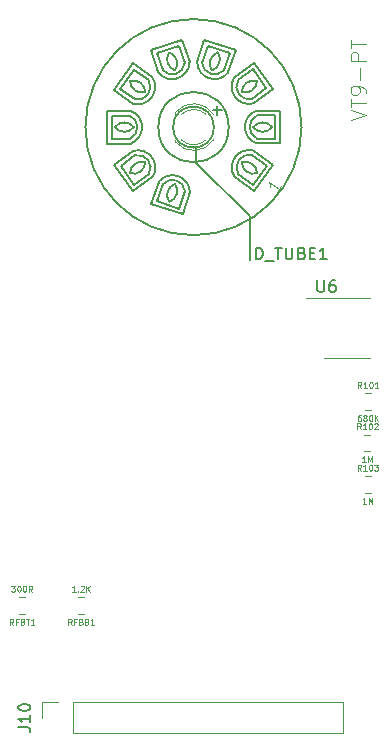
<source format=gto>
G04 #@! TF.GenerationSoftware,KiCad,Pcbnew,(5.0.2)-1*
G04 #@! TF.CreationDate,2019-04-04T16:33:41+02:00*
G04 #@! TF.ProjectId,Corona_tubeBoard,436f726f-6e61-45f7-9475-6265426f6172,1*
G04 #@! TF.SameCoordinates,Original*
G04 #@! TF.FileFunction,Legend,Top*
G04 #@! TF.FilePolarity,Positive*
%FSLAX46Y46*%
G04 Gerber Fmt 4.6, Leading zero omitted, Abs format (unit mm)*
G04 Created by KiCad (PCBNEW (5.0.2)-1) date 04/04/2019 16:33:41*
%MOMM*%
%LPD*%
G01*
G04 APERTURE LIST*
%ADD10C,0.150000*%
%ADD11C,0.200000*%
%ADD12C,0.120000*%
%ADD13C,0.203200*%
%ADD14C,0.101600*%
%ADD15C,0.076200*%
%ADD16C,0.100000*%
G04 APERTURE END LIST*
D10*
X20619047Y-12571428D02*
X21380952Y-12571428D01*
X21000000Y-12952380D02*
X21000000Y-12190476D01*
D11*
X19250000Y-17000000D02*
X19250000Y-15750000D01*
X23750000Y-21500000D02*
X19250000Y-17000000D01*
X23750000Y-25250000D02*
X23750000Y-21500000D01*
D12*
G04 #@! TO.C,U6*
X32000000Y-28440000D02*
X28550000Y-28440000D01*
X32000000Y-28440000D02*
X33950000Y-28440000D01*
X32000000Y-33560000D02*
X30050000Y-33560000D01*
X32000000Y-33560000D02*
X33950000Y-33560000D01*
D13*
G04 #@! TO.C,SX1*
X26322820Y-12600460D02*
X26322820Y-15374140D01*
X26322820Y-15374140D02*
X24323840Y-15374140D01*
X26322820Y-12600460D02*
X24323840Y-12600460D01*
X25924040Y-13001780D02*
X24397500Y-13001780D01*
X24397500Y-14972820D02*
X25924040Y-14972820D01*
X25924040Y-14972820D02*
X25924040Y-13001780D01*
X25748780Y-17172460D02*
X24115560Y-19417820D01*
X24115560Y-19417820D02*
X22497580Y-18241800D01*
X25748780Y-17172460D02*
X24130800Y-15996440D01*
X25189980Y-17258820D02*
X23955540Y-16364740D01*
X22794760Y-17962400D02*
X24029200Y-18859020D01*
X24029200Y-18859020D02*
X25189980Y-17258820D01*
X24102860Y-8564400D02*
X25733540Y-10807220D01*
X25733540Y-10807220D02*
X24115560Y-11983240D01*
X24102860Y-8564400D02*
X22484880Y-9737880D01*
X24013960Y-9120660D02*
X22779520Y-10017280D01*
X23940300Y-11614940D02*
X25174740Y-10720860D01*
X25174740Y-10720860D02*
X24013960Y-9120660D01*
X19929640Y-6600980D02*
X22568700Y-7459500D01*
X22568700Y-7459500D02*
X21951480Y-9361960D01*
X19929640Y-6600980D02*
X19312420Y-8503440D01*
X20188720Y-7106440D02*
X19716280Y-8556780D01*
X21595880Y-9166380D02*
X22065780Y-7716040D01*
X22065780Y-7716040D02*
X20188720Y-7106440D01*
X15405900Y-7467120D02*
X18044960Y-6611140D01*
X18044960Y-6611140D02*
X18664720Y-8511060D01*
X15405900Y-7467120D02*
X16023120Y-9369580D01*
X15911360Y-7723660D02*
X16381260Y-9174000D01*
X18260860Y-8564400D02*
X17788420Y-7114060D01*
X17788420Y-7114060D02*
X15911360Y-7723660D01*
X12251220Y-10827540D02*
X13884440Y-8584720D01*
X13884440Y-8584720D02*
X15502420Y-9758200D01*
X12251220Y-10827540D02*
X13869200Y-12003560D01*
X12810020Y-10741180D02*
X14044460Y-11635260D01*
X15205240Y-10037600D02*
X13970800Y-9140980D01*
X13970800Y-9140980D02*
X12810020Y-10741180D01*
X11677180Y-15399540D02*
X11677180Y-12625860D01*
X11677180Y-12625860D02*
X13676160Y-12625860D01*
X11677180Y-15399540D02*
X13676160Y-15399540D01*
X12075960Y-14998220D02*
X13602500Y-14998220D01*
X13602500Y-13027180D02*
X12075960Y-13027180D01*
X12075960Y-13027180D02*
X12075960Y-14998220D01*
X13897140Y-19435600D02*
X12266460Y-17192780D01*
X12266460Y-17192780D02*
X13884440Y-16016760D01*
X13897140Y-19435600D02*
X15515120Y-18262120D01*
X13986040Y-18876800D02*
X15220480Y-17982720D01*
X14059700Y-16385060D02*
X12825260Y-17279140D01*
X12825260Y-17279140D02*
X13986040Y-18876800D01*
X18070360Y-21396480D02*
X15431300Y-20540500D01*
X15431300Y-20540500D02*
X16048520Y-18638040D01*
X18070360Y-21396480D02*
X18687580Y-19496560D01*
X17813820Y-20893560D02*
X18283720Y-19443220D01*
X16406660Y-18833620D02*
X15934220Y-20283960D01*
X15934220Y-20283960D02*
X17813820Y-20893560D01*
X28149080Y-14000000D02*
G75*
G03X28149080Y-14000000I-9149080J0D01*
G01*
X20734820Y-14000000D02*
G75*
G03X20734820Y-14000000I-1734820J0D01*
G01*
X21979420Y-14000000D02*
G75*
G03X21979420Y-14000000I-2979420J0D01*
G01*
X24324966Y-12605134D02*
G75*
G03X24323840Y-15374140I499254J-1384706D01*
G01*
X24403206Y-13004403D02*
G75*
G03X24397500Y-14972820I421014J-985437D01*
G01*
X25647089Y-13996490D02*
G75*
G03X24049520Y-14000000I-797469J-600410D01*
G01*
X24052151Y-14003510D02*
G75*
G03X25649720Y-14000000I797469J600410D01*
G01*
X24128779Y-15991764D02*
G75*
G03X22497580Y-18241800I-409459J-1419456D01*
G01*
X23954100Y-16360749D02*
G75*
G03X22794760Y-17962400I-234780J-1050471D01*
G01*
X24378308Y-17907011D02*
G75*
G03X23084320Y-16966720I-999348J-14749D01*
G01*
X23082479Y-16968667D02*
G75*
G03X24379720Y-17906520I1000061J17187D01*
G01*
X22483771Y-9742769D02*
G75*
G03X24115560Y-11983240I1220309J-825691D01*
G01*
X22781430Y-10021068D02*
G75*
G03X23940300Y-11614940I922650J-547392D01*
G01*
X24377334Y-10094701D02*
G75*
G03X23084320Y-11033280I-294794J-953819D01*
G01*
X23083453Y-11034497D02*
G75*
G03X24379720Y-10093480I295507J956257D01*
G01*
X19311009Y-8506712D02*
G75*
G03X21951480Y-9361960I1474611J48992D01*
G01*
X19714006Y-8559523D02*
G75*
G03X21595880Y-9166380I1071614J101803D01*
G01*
X21053587Y-7675988D02*
G75*
G03X20559560Y-9199400I323853J-946832D01*
G01*
X20558395Y-9198100D02*
G75*
G03X21054860Y-7677940I-321415J946120D01*
G01*
X16024342Y-9372818D02*
G75*
G03X18664720Y-8511060I1164638J907478D01*
G01*
X16380530Y-9176078D02*
G75*
G03X18260860Y-8564400I808450J710738D01*
G01*
X16944219Y-7676457D02*
G75*
G03X17440440Y-9199400I818801J-575523D01*
G01*
X17438924Y-9197630D02*
G75*
G03X16945140Y-7677940I-816364J574810D01*
G01*
X13871221Y-12008236D02*
G75*
G03X15502420Y-9758200I409459J1419456D01*
G01*
X14045900Y-11639251D02*
G75*
G03X15205240Y-10037600I234780J1050471D01*
G01*
X13621692Y-10092989D02*
G75*
G03X14915680Y-11033280I999348J14749D01*
G01*
X14917521Y-11031333D02*
G75*
G03X13620280Y-10093480I-1000061J-17187D01*
G01*
X13675034Y-15394866D02*
G75*
G03X13676160Y-12625860I-499254J1384706D01*
G01*
X13596794Y-14995597D02*
G75*
G03X13602500Y-13027180I-421014J985437D01*
G01*
X12352911Y-14003510D02*
G75*
G03X13950480Y-14000000I797469J600410D01*
G01*
X13947849Y-13996490D02*
G75*
G03X12350280Y-14000000I-797469J-600410D01*
G01*
X15516229Y-18257231D02*
G75*
G03X13884440Y-16016760I-1220309J825691D01*
G01*
X15218570Y-17978932D02*
G75*
G03X14059700Y-16385060I-922650J547392D01*
G01*
X13622666Y-17905299D02*
G75*
G03X14915680Y-16966720I294794J953819D01*
G01*
X14916547Y-16965503D02*
G75*
G03X13620280Y-17906520I-295507J-956257D01*
G01*
X18689075Y-19495862D02*
G75*
G03X16048520Y-18638040I-1474695J-46418D01*
G01*
X18284249Y-19442323D02*
G75*
G03X16406660Y-18833620I-1069869J-99957D01*
G01*
X16946413Y-20324012D02*
G75*
G03X17440440Y-18800600I-323853J946832D01*
G01*
X17440892Y-18804338D02*
G75*
G03X16947680Y-20322060I322128J-943682D01*
G01*
D12*
G04 #@! TO.C,D_TUBE1*
X17460000Y-15080000D02*
X17460000Y-15236000D01*
X17460000Y-12764000D02*
X17460000Y-12920000D01*
X20061130Y-15079837D02*
G75*
G02X17979039Y-15080000I-1041130J1079837D01*
G01*
X20061130Y-12920163D02*
G75*
G03X17979039Y-12920000I-1041130J-1079837D01*
G01*
X20692335Y-15078608D02*
G75*
G02X17460000Y-15235516I-1672335J1078608D01*
G01*
X20692335Y-12921392D02*
G75*
G03X17460000Y-12764484I-1672335J-1078608D01*
G01*
G04 #@! TO.C,J10*
X8770000Y-65330000D02*
X8770000Y-62670000D01*
X8770000Y-65330000D02*
X31690000Y-65330000D01*
X31690000Y-65330000D02*
X31690000Y-62670000D01*
X8770000Y-62670000D02*
X31690000Y-62670000D01*
X6170000Y-62670000D02*
X7500000Y-62670000D01*
X6170000Y-64000000D02*
X6170000Y-62670000D01*
G04 #@! TO.C,R101*
X33513748Y-37960000D02*
X34036252Y-37960000D01*
X33513748Y-36540000D02*
X34036252Y-36540000D01*
G04 #@! TO.C,R102*
X33463748Y-40040000D02*
X33986252Y-40040000D01*
X33463748Y-41460000D02*
X33986252Y-41460000D01*
G04 #@! TO.C,R103*
X33488748Y-43540000D02*
X34011252Y-43540000D01*
X33488748Y-44960000D02*
X34011252Y-44960000D01*
G04 #@! TO.C,RFBB1*
X9736252Y-55210000D02*
X9213748Y-55210000D01*
X9736252Y-53790000D02*
X9213748Y-53790000D01*
G04 #@! TO.C,RFBT1*
X4736252Y-53790000D02*
X4213748Y-53790000D01*
X4736252Y-55210000D02*
X4213748Y-55210000D01*
G04 #@! TO.C,U6*
D10*
X29488095Y-26952380D02*
X29488095Y-27761904D01*
X29535714Y-27857142D01*
X29583333Y-27904761D01*
X29678571Y-27952380D01*
X29869047Y-27952380D01*
X29964285Y-27904761D01*
X30011904Y-27857142D01*
X30059523Y-27761904D01*
X30059523Y-26952380D01*
X30964285Y-26952380D02*
X30773809Y-26952380D01*
X30678571Y-27000000D01*
X30630952Y-27047619D01*
X30535714Y-27190476D01*
X30488095Y-27380952D01*
X30488095Y-27761904D01*
X30535714Y-27857142D01*
X30583333Y-27904761D01*
X30678571Y-27952380D01*
X30869047Y-27952380D01*
X30964285Y-27904761D01*
X31011904Y-27857142D01*
X31059523Y-27761904D01*
X31059523Y-27523809D01*
X31011904Y-27428571D01*
X30964285Y-27380952D01*
X30869047Y-27333333D01*
X30678571Y-27333333D01*
X30583333Y-27380952D01*
X30535714Y-27428571D01*
X30488095Y-27523809D01*
G04 #@! TO.C,SX1*
D14*
X32304523Y-13416904D02*
X33574523Y-12993571D01*
X32304523Y-12570238D01*
X32304523Y-12328333D02*
X32304523Y-11602619D01*
X33574523Y-11965476D02*
X32304523Y-11965476D01*
X33574523Y-11118809D02*
X33574523Y-10876904D01*
X33514047Y-10755952D01*
X33453571Y-10695476D01*
X33272142Y-10574523D01*
X33030238Y-10514047D01*
X32546428Y-10514047D01*
X32425476Y-10574523D01*
X32365000Y-10635000D01*
X32304523Y-10755952D01*
X32304523Y-10997857D01*
X32365000Y-11118809D01*
X32425476Y-11179285D01*
X32546428Y-11239761D01*
X32848809Y-11239761D01*
X32969761Y-11179285D01*
X33030238Y-11118809D01*
X33090714Y-10997857D01*
X33090714Y-10755952D01*
X33030238Y-10635000D01*
X32969761Y-10574523D01*
X32848809Y-10514047D01*
X33090714Y-9969761D02*
X33090714Y-9002142D01*
X33574523Y-8397380D02*
X32304523Y-8397380D01*
X32304523Y-7913571D01*
X32365000Y-7792619D01*
X32425476Y-7732142D01*
X32546428Y-7671666D01*
X32727857Y-7671666D01*
X32848809Y-7732142D01*
X32909285Y-7792619D01*
X32969761Y-7913571D01*
X32969761Y-8397380D01*
X32304523Y-7308809D02*
X32304523Y-6583095D01*
X33574523Y-6945952D02*
X32304523Y-6945952D01*
D15*
X26400465Y-18988311D02*
X26059213Y-19458003D01*
X26229839Y-19223157D02*
X25407878Y-18625967D01*
X25468426Y-18789562D01*
X25489832Y-18924719D01*
X25472098Y-19031439D01*
G04 #@! TO.C,D_TUBE1*
D10*
X24273809Y-25202380D02*
X24273809Y-24202380D01*
X24511904Y-24202380D01*
X24654761Y-24250000D01*
X24749999Y-24345238D01*
X24797619Y-24440476D01*
X24845238Y-24630952D01*
X24845238Y-24773809D01*
X24797619Y-24964285D01*
X24749999Y-25059523D01*
X24654761Y-25154761D01*
X24511904Y-25202380D01*
X24273809Y-25202380D01*
X25035714Y-25297619D02*
X25797619Y-25297619D01*
X25892857Y-24202380D02*
X26464285Y-24202380D01*
X26178571Y-25202380D02*
X26178571Y-24202380D01*
X26797619Y-24202380D02*
X26797619Y-25011904D01*
X26845238Y-25107142D01*
X26892857Y-25154761D01*
X26988095Y-25202380D01*
X27178571Y-25202380D01*
X27273809Y-25154761D01*
X27321428Y-25107142D01*
X27369047Y-25011904D01*
X27369047Y-24202380D01*
X28178571Y-24678571D02*
X28321428Y-24726190D01*
X28369047Y-24773809D01*
X28416666Y-24869047D01*
X28416666Y-25011904D01*
X28369047Y-25107142D01*
X28321428Y-25154761D01*
X28226190Y-25202380D01*
X27845238Y-25202380D01*
X27845238Y-24202380D01*
X28178571Y-24202380D01*
X28273809Y-24250000D01*
X28321428Y-24297619D01*
X28369047Y-24392857D01*
X28369047Y-24488095D01*
X28321428Y-24583333D01*
X28273809Y-24630952D01*
X28178571Y-24678571D01*
X27845238Y-24678571D01*
X28845238Y-24678571D02*
X29178571Y-24678571D01*
X29321428Y-25202380D02*
X28845238Y-25202380D01*
X28845238Y-24202380D01*
X29321428Y-24202380D01*
X30273809Y-25202380D02*
X29702380Y-25202380D01*
X29988095Y-25202380D02*
X29988095Y-24202380D01*
X29892857Y-24345238D01*
X29797619Y-24440476D01*
X29702380Y-24488095D01*
G04 #@! TO.C,J10*
X4182380Y-64809523D02*
X4896666Y-64809523D01*
X5039523Y-64857142D01*
X5134761Y-64952380D01*
X5182380Y-65095238D01*
X5182380Y-65190476D01*
X5182380Y-63809523D02*
X5182380Y-64380952D01*
X5182380Y-64095238D02*
X4182380Y-64095238D01*
X4325238Y-64190476D01*
X4420476Y-64285714D01*
X4468095Y-64380952D01*
X4182380Y-63190476D02*
X4182380Y-63095238D01*
X4230000Y-63000000D01*
X4277619Y-62952380D01*
X4372857Y-62904761D01*
X4563333Y-62857142D01*
X4801428Y-62857142D01*
X4991904Y-62904761D01*
X5087142Y-62952380D01*
X5134761Y-63000000D01*
X5182380Y-63095238D01*
X5182380Y-63190476D01*
X5134761Y-63285714D01*
X5087142Y-63333333D01*
X4991904Y-63380952D01*
X4801428Y-63428571D01*
X4563333Y-63428571D01*
X4372857Y-63380952D01*
X4277619Y-63333333D01*
X4230000Y-63285714D01*
X4182380Y-63190476D01*
G04 #@! TO.C,R101*
D16*
X33215476Y-36079190D02*
X33048809Y-35841095D01*
X32929761Y-36079190D02*
X32929761Y-35579190D01*
X33120238Y-35579190D01*
X33167857Y-35603000D01*
X33191666Y-35626809D01*
X33215476Y-35674428D01*
X33215476Y-35745857D01*
X33191666Y-35793476D01*
X33167857Y-35817285D01*
X33120238Y-35841095D01*
X32929761Y-35841095D01*
X33691666Y-36079190D02*
X33405952Y-36079190D01*
X33548809Y-36079190D02*
X33548809Y-35579190D01*
X33501190Y-35650619D01*
X33453571Y-35698238D01*
X33405952Y-35722047D01*
X34001190Y-35579190D02*
X34048809Y-35579190D01*
X34096428Y-35603000D01*
X34120238Y-35626809D01*
X34144047Y-35674428D01*
X34167857Y-35769666D01*
X34167857Y-35888714D01*
X34144047Y-35983952D01*
X34120238Y-36031571D01*
X34096428Y-36055380D01*
X34048809Y-36079190D01*
X34001190Y-36079190D01*
X33953571Y-36055380D01*
X33929761Y-36031571D01*
X33905952Y-35983952D01*
X33882142Y-35888714D01*
X33882142Y-35769666D01*
X33905952Y-35674428D01*
X33929761Y-35626809D01*
X33953571Y-35603000D01*
X34001190Y-35579190D01*
X34644047Y-36079190D02*
X34358333Y-36079190D01*
X34501190Y-36079190D02*
X34501190Y-35579190D01*
X34453571Y-35650619D01*
X34405952Y-35698238D01*
X34358333Y-35722047D01*
X33144047Y-38373190D02*
X33048809Y-38373190D01*
X33001190Y-38397000D01*
X32977380Y-38420809D01*
X32929761Y-38492238D01*
X32905952Y-38587476D01*
X32905952Y-38777952D01*
X32929761Y-38825571D01*
X32953571Y-38849380D01*
X33001190Y-38873190D01*
X33096428Y-38873190D01*
X33144047Y-38849380D01*
X33167857Y-38825571D01*
X33191666Y-38777952D01*
X33191666Y-38658904D01*
X33167857Y-38611285D01*
X33144047Y-38587476D01*
X33096428Y-38563666D01*
X33001190Y-38563666D01*
X32953571Y-38587476D01*
X32929761Y-38611285D01*
X32905952Y-38658904D01*
X33477380Y-38587476D02*
X33429761Y-38563666D01*
X33405952Y-38539857D01*
X33382142Y-38492238D01*
X33382142Y-38468428D01*
X33405952Y-38420809D01*
X33429761Y-38397000D01*
X33477380Y-38373190D01*
X33572619Y-38373190D01*
X33620238Y-38397000D01*
X33644047Y-38420809D01*
X33667857Y-38468428D01*
X33667857Y-38492238D01*
X33644047Y-38539857D01*
X33620238Y-38563666D01*
X33572619Y-38587476D01*
X33477380Y-38587476D01*
X33429761Y-38611285D01*
X33405952Y-38635095D01*
X33382142Y-38682714D01*
X33382142Y-38777952D01*
X33405952Y-38825571D01*
X33429761Y-38849380D01*
X33477380Y-38873190D01*
X33572619Y-38873190D01*
X33620238Y-38849380D01*
X33644047Y-38825571D01*
X33667857Y-38777952D01*
X33667857Y-38682714D01*
X33644047Y-38635095D01*
X33620238Y-38611285D01*
X33572619Y-38587476D01*
X33977380Y-38373190D02*
X34025000Y-38373190D01*
X34072619Y-38397000D01*
X34096428Y-38420809D01*
X34120238Y-38468428D01*
X34144047Y-38563666D01*
X34144047Y-38682714D01*
X34120238Y-38777952D01*
X34096428Y-38825571D01*
X34072619Y-38849380D01*
X34025000Y-38873190D01*
X33977380Y-38873190D01*
X33929761Y-38849380D01*
X33905952Y-38825571D01*
X33882142Y-38777952D01*
X33858333Y-38682714D01*
X33858333Y-38563666D01*
X33882142Y-38468428D01*
X33905952Y-38420809D01*
X33929761Y-38397000D01*
X33977380Y-38373190D01*
X34358333Y-38873190D02*
X34358333Y-38373190D01*
X34644047Y-38873190D02*
X34429761Y-38587476D01*
X34644047Y-38373190D02*
X34358333Y-38658904D01*
G04 #@! TO.C,R102*
X33165476Y-39579190D02*
X32998809Y-39341095D01*
X32879761Y-39579190D02*
X32879761Y-39079190D01*
X33070238Y-39079190D01*
X33117857Y-39103000D01*
X33141666Y-39126809D01*
X33165476Y-39174428D01*
X33165476Y-39245857D01*
X33141666Y-39293476D01*
X33117857Y-39317285D01*
X33070238Y-39341095D01*
X32879761Y-39341095D01*
X33641666Y-39579190D02*
X33355952Y-39579190D01*
X33498809Y-39579190D02*
X33498809Y-39079190D01*
X33451190Y-39150619D01*
X33403571Y-39198238D01*
X33355952Y-39222047D01*
X33951190Y-39079190D02*
X33998809Y-39079190D01*
X34046428Y-39103000D01*
X34070238Y-39126809D01*
X34094047Y-39174428D01*
X34117857Y-39269666D01*
X34117857Y-39388714D01*
X34094047Y-39483952D01*
X34070238Y-39531571D01*
X34046428Y-39555380D01*
X33998809Y-39579190D01*
X33951190Y-39579190D01*
X33903571Y-39555380D01*
X33879761Y-39531571D01*
X33855952Y-39483952D01*
X33832142Y-39388714D01*
X33832142Y-39269666D01*
X33855952Y-39174428D01*
X33879761Y-39126809D01*
X33903571Y-39103000D01*
X33951190Y-39079190D01*
X34308333Y-39126809D02*
X34332142Y-39103000D01*
X34379761Y-39079190D01*
X34498809Y-39079190D01*
X34546428Y-39103000D01*
X34570238Y-39126809D01*
X34594047Y-39174428D01*
X34594047Y-39222047D01*
X34570238Y-39293476D01*
X34284523Y-39579190D01*
X34594047Y-39579190D01*
X33582142Y-42373190D02*
X33296428Y-42373190D01*
X33439285Y-42373190D02*
X33439285Y-41873190D01*
X33391666Y-41944619D01*
X33344047Y-41992238D01*
X33296428Y-42016047D01*
X33796428Y-42373190D02*
X33796428Y-41873190D01*
X33963095Y-42230333D01*
X34129761Y-41873190D01*
X34129761Y-42373190D01*
G04 #@! TO.C,R103*
X33190476Y-43079190D02*
X33023809Y-42841095D01*
X32904761Y-43079190D02*
X32904761Y-42579190D01*
X33095238Y-42579190D01*
X33142857Y-42603000D01*
X33166666Y-42626809D01*
X33190476Y-42674428D01*
X33190476Y-42745857D01*
X33166666Y-42793476D01*
X33142857Y-42817285D01*
X33095238Y-42841095D01*
X32904761Y-42841095D01*
X33666666Y-43079190D02*
X33380952Y-43079190D01*
X33523809Y-43079190D02*
X33523809Y-42579190D01*
X33476190Y-42650619D01*
X33428571Y-42698238D01*
X33380952Y-42722047D01*
X33976190Y-42579190D02*
X34023809Y-42579190D01*
X34071428Y-42603000D01*
X34095238Y-42626809D01*
X34119047Y-42674428D01*
X34142857Y-42769666D01*
X34142857Y-42888714D01*
X34119047Y-42983952D01*
X34095238Y-43031571D01*
X34071428Y-43055380D01*
X34023809Y-43079190D01*
X33976190Y-43079190D01*
X33928571Y-43055380D01*
X33904761Y-43031571D01*
X33880952Y-42983952D01*
X33857142Y-42888714D01*
X33857142Y-42769666D01*
X33880952Y-42674428D01*
X33904761Y-42626809D01*
X33928571Y-42603000D01*
X33976190Y-42579190D01*
X34309523Y-42579190D02*
X34619047Y-42579190D01*
X34452380Y-42769666D01*
X34523809Y-42769666D01*
X34571428Y-42793476D01*
X34595238Y-42817285D01*
X34619047Y-42864904D01*
X34619047Y-42983952D01*
X34595238Y-43031571D01*
X34571428Y-43055380D01*
X34523809Y-43079190D01*
X34380952Y-43079190D01*
X34333333Y-43055380D01*
X34309523Y-43031571D01*
X33607142Y-45873190D02*
X33321428Y-45873190D01*
X33464285Y-45873190D02*
X33464285Y-45373190D01*
X33416666Y-45444619D01*
X33369047Y-45492238D01*
X33321428Y-45516047D01*
X33821428Y-45873190D02*
X33821428Y-45373190D01*
X33988095Y-45730333D01*
X34154761Y-45373190D01*
X34154761Y-45873190D01*
G04 #@! TO.C,RFBB1*
X8677380Y-56123190D02*
X8510714Y-55885095D01*
X8391666Y-56123190D02*
X8391666Y-55623190D01*
X8582142Y-55623190D01*
X8629761Y-55647000D01*
X8653571Y-55670809D01*
X8677380Y-55718428D01*
X8677380Y-55789857D01*
X8653571Y-55837476D01*
X8629761Y-55861285D01*
X8582142Y-55885095D01*
X8391666Y-55885095D01*
X9058333Y-55861285D02*
X8891666Y-55861285D01*
X8891666Y-56123190D02*
X8891666Y-55623190D01*
X9129761Y-55623190D01*
X9486904Y-55861285D02*
X9558333Y-55885095D01*
X9582142Y-55908904D01*
X9605952Y-55956523D01*
X9605952Y-56027952D01*
X9582142Y-56075571D01*
X9558333Y-56099380D01*
X9510714Y-56123190D01*
X9320238Y-56123190D01*
X9320238Y-55623190D01*
X9486904Y-55623190D01*
X9534523Y-55647000D01*
X9558333Y-55670809D01*
X9582142Y-55718428D01*
X9582142Y-55766047D01*
X9558333Y-55813666D01*
X9534523Y-55837476D01*
X9486904Y-55861285D01*
X9320238Y-55861285D01*
X9986904Y-55861285D02*
X10058333Y-55885095D01*
X10082142Y-55908904D01*
X10105952Y-55956523D01*
X10105952Y-56027952D01*
X10082142Y-56075571D01*
X10058333Y-56099380D01*
X10010714Y-56123190D01*
X9820238Y-56123190D01*
X9820238Y-55623190D01*
X9986904Y-55623190D01*
X10034523Y-55647000D01*
X10058333Y-55670809D01*
X10082142Y-55718428D01*
X10082142Y-55766047D01*
X10058333Y-55813666D01*
X10034523Y-55837476D01*
X9986904Y-55861285D01*
X9820238Y-55861285D01*
X10582142Y-56123190D02*
X10296428Y-56123190D01*
X10439285Y-56123190D02*
X10439285Y-55623190D01*
X10391666Y-55694619D01*
X10344047Y-55742238D01*
X10296428Y-55766047D01*
X9010714Y-53329190D02*
X8725000Y-53329190D01*
X8867857Y-53329190D02*
X8867857Y-52829190D01*
X8820238Y-52900619D01*
X8772619Y-52948238D01*
X8725000Y-52972047D01*
X9225000Y-53281571D02*
X9248809Y-53305380D01*
X9225000Y-53329190D01*
X9201190Y-53305380D01*
X9225000Y-53281571D01*
X9225000Y-53329190D01*
X9439285Y-52876809D02*
X9463095Y-52853000D01*
X9510714Y-52829190D01*
X9629761Y-52829190D01*
X9677380Y-52853000D01*
X9701190Y-52876809D01*
X9725000Y-52924428D01*
X9725000Y-52972047D01*
X9701190Y-53043476D01*
X9415476Y-53329190D01*
X9725000Y-53329190D01*
X9939285Y-53329190D02*
X9939285Y-52829190D01*
X10225000Y-53329190D02*
X10010714Y-53043476D01*
X10225000Y-52829190D02*
X9939285Y-53114904D01*
G04 #@! TO.C,RFBT1*
X3736904Y-56123190D02*
X3570238Y-55885095D01*
X3451190Y-56123190D02*
X3451190Y-55623190D01*
X3641666Y-55623190D01*
X3689285Y-55647000D01*
X3713095Y-55670809D01*
X3736904Y-55718428D01*
X3736904Y-55789857D01*
X3713095Y-55837476D01*
X3689285Y-55861285D01*
X3641666Y-55885095D01*
X3451190Y-55885095D01*
X4117857Y-55861285D02*
X3951190Y-55861285D01*
X3951190Y-56123190D02*
X3951190Y-55623190D01*
X4189285Y-55623190D01*
X4546428Y-55861285D02*
X4617857Y-55885095D01*
X4641666Y-55908904D01*
X4665476Y-55956523D01*
X4665476Y-56027952D01*
X4641666Y-56075571D01*
X4617857Y-56099380D01*
X4570238Y-56123190D01*
X4379761Y-56123190D01*
X4379761Y-55623190D01*
X4546428Y-55623190D01*
X4594047Y-55647000D01*
X4617857Y-55670809D01*
X4641666Y-55718428D01*
X4641666Y-55766047D01*
X4617857Y-55813666D01*
X4594047Y-55837476D01*
X4546428Y-55861285D01*
X4379761Y-55861285D01*
X4808333Y-55623190D02*
X5094047Y-55623190D01*
X4951190Y-56123190D02*
X4951190Y-55623190D01*
X5522619Y-56123190D02*
X5236904Y-56123190D01*
X5379761Y-56123190D02*
X5379761Y-55623190D01*
X5332142Y-55694619D01*
X5284523Y-55742238D01*
X5236904Y-55766047D01*
X3582142Y-52829190D02*
X3891666Y-52829190D01*
X3725000Y-53019666D01*
X3796428Y-53019666D01*
X3844047Y-53043476D01*
X3867857Y-53067285D01*
X3891666Y-53114904D01*
X3891666Y-53233952D01*
X3867857Y-53281571D01*
X3844047Y-53305380D01*
X3796428Y-53329190D01*
X3653571Y-53329190D01*
X3605952Y-53305380D01*
X3582142Y-53281571D01*
X4201190Y-52829190D02*
X4248809Y-52829190D01*
X4296428Y-52853000D01*
X4320238Y-52876809D01*
X4344047Y-52924428D01*
X4367857Y-53019666D01*
X4367857Y-53138714D01*
X4344047Y-53233952D01*
X4320238Y-53281571D01*
X4296428Y-53305380D01*
X4248809Y-53329190D01*
X4201190Y-53329190D01*
X4153571Y-53305380D01*
X4129761Y-53281571D01*
X4105952Y-53233952D01*
X4082142Y-53138714D01*
X4082142Y-53019666D01*
X4105952Y-52924428D01*
X4129761Y-52876809D01*
X4153571Y-52853000D01*
X4201190Y-52829190D01*
X4677380Y-52829190D02*
X4725000Y-52829190D01*
X4772619Y-52853000D01*
X4796428Y-52876809D01*
X4820238Y-52924428D01*
X4844047Y-53019666D01*
X4844047Y-53138714D01*
X4820238Y-53233952D01*
X4796428Y-53281571D01*
X4772619Y-53305380D01*
X4725000Y-53329190D01*
X4677380Y-53329190D01*
X4629761Y-53305380D01*
X4605952Y-53281571D01*
X4582142Y-53233952D01*
X4558333Y-53138714D01*
X4558333Y-53019666D01*
X4582142Y-52924428D01*
X4605952Y-52876809D01*
X4629761Y-52853000D01*
X4677380Y-52829190D01*
X5344047Y-53329190D02*
X5177380Y-53091095D01*
X5058333Y-53329190D02*
X5058333Y-52829190D01*
X5248809Y-52829190D01*
X5296428Y-52853000D01*
X5320238Y-52876809D01*
X5344047Y-52924428D01*
X5344047Y-52995857D01*
X5320238Y-53043476D01*
X5296428Y-53067285D01*
X5248809Y-53091095D01*
X5058333Y-53091095D01*
G04 #@! TD*
M02*

</source>
